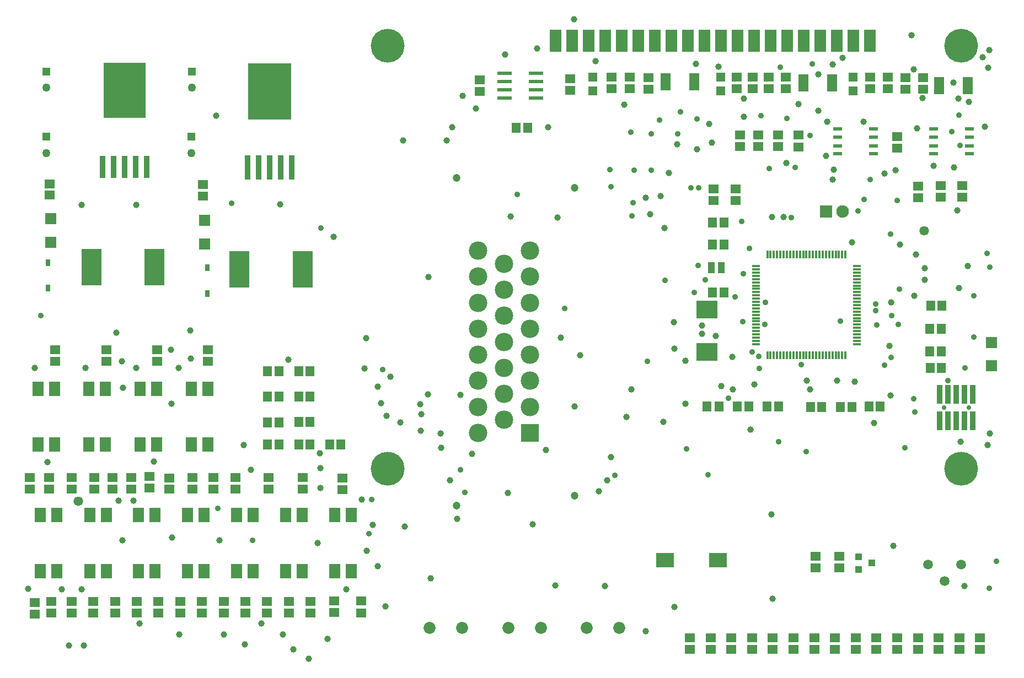
<source format=gts>
G04*
G04 #@! TF.GenerationSoftware,Altium Limited,Altium Designer,24.3.1 (35)*
G04*
G04 Layer_Color=8388736*
%FSLAX42Y42*%
%MOMM*%
G71*
G04*
G04 #@! TF.SameCoordinates,998AAEF2-78E8-49C1-A84E-A9ECD080E68D*
G04*
G04*
G04 #@! TF.FilePolarity,Negative*
G04*
G01*
G75*
%ADD25R,0.66X1.12*%
%ADD27R,1.19X0.30*%
%ADD28R,0.30X1.19*%
%ADD32R,1.46X0.53*%
%ADD33R,2.29X0.56*%
%ADD35R,6.60X8.76*%
%ADD36R,0.97X3.81*%
%ADD37R,6.55X8.46*%
%ADD38R,0.97X3.51*%
%ADD40R,1.35X1.55*%
%ADD41R,1.80X1.70*%
%ADD42R,0.94X2.99*%
%ADD43R,1.35X1.65*%
%ADD44R,1.55X1.35*%
%ADD45R,1.65X1.35*%
%ADD46R,1.75X2.30*%
%ADD47R,1.40X1.40*%
%ADD48R,1.00X1.70*%
%ADD49R,3.20X2.70*%
%ADD50R,1.10X1.00*%
%ADD51R,1.57X0.66*%
%ADD52R,3.10X5.60*%
%ADD53R,2.70X2.20*%
%ADD54C,0.71*%
%ADD55C,1.49*%
%ADD56C,1.85*%
%ADD57C,1.20*%
%ADD58C,5.20*%
%ADD59C,2.83*%
%ADD60R,2.83X2.83*%
%ADD61R,1.93X1.93*%
%ADD62C,1.93*%
%ADD63R,1.27X1.27*%
%ADD64C,1.27*%
%ADD65C,0.90*%
%ADD66C,1.00*%
%ADD67C,1.47*%
G36*
X8327Y9548D02*
D01*
X8147D01*
Y9888D01*
X8327D01*
Y9548D01*
D02*
G37*
G36*
X8581D02*
D01*
X8401D01*
Y9888D01*
X8581D01*
Y9548D01*
D02*
G37*
G36*
X8835D02*
D01*
X8655D01*
Y9888D01*
X8835D01*
Y9548D01*
D02*
G37*
G36*
X9089D02*
D01*
X8909D01*
Y9888D01*
X9089D01*
Y9548D01*
D02*
G37*
G36*
X9343D02*
D01*
X9163D01*
Y9888D01*
X9343D01*
Y9548D01*
D02*
G37*
G36*
X9597D02*
D01*
X9417D01*
Y9888D01*
X9597D01*
Y9548D01*
D02*
G37*
G36*
X9851D02*
D01*
X9671D01*
Y9888D01*
X9851D01*
Y9548D01*
D02*
G37*
G36*
X10105D02*
D01*
X9925D01*
Y9888D01*
X10105D01*
Y9548D01*
D02*
G37*
G36*
X10359D02*
D01*
X10179D01*
Y9888D01*
X10359D01*
Y9548D01*
D02*
G37*
G36*
X10613D02*
D01*
X10433D01*
Y9888D01*
X10613D01*
Y9548D01*
D02*
G37*
G36*
X10867D02*
D01*
X10687D01*
Y9888D01*
X10867D01*
Y9548D01*
D02*
G37*
G36*
X11121D02*
D01*
X10941D01*
Y9888D01*
X11121D01*
Y9548D01*
D02*
G37*
G36*
X11375D02*
D01*
X11195D01*
Y9888D01*
X11375D01*
Y9548D01*
D02*
G37*
G36*
X11629D02*
D01*
X11449D01*
Y9888D01*
X11629D01*
Y9548D01*
D02*
G37*
G36*
X11883D02*
D01*
X11703D01*
Y9888D01*
X11883D01*
Y9548D01*
D02*
G37*
G36*
X12137D02*
D01*
X11957D01*
Y9888D01*
X12137D01*
Y9548D01*
D02*
G37*
G36*
X12391D02*
D01*
X12211D01*
Y9888D01*
X12391D01*
Y9548D01*
D02*
G37*
G36*
X12645D02*
D01*
X12465D01*
Y9888D01*
X12645D01*
Y9548D01*
D02*
G37*
G36*
X12899D02*
D01*
X12719D01*
Y9888D01*
X12899D01*
Y9548D01*
D02*
G37*
G36*
X13153D02*
D01*
X12973D01*
Y9888D01*
X13153D01*
Y9548D01*
D02*
G37*
D25*
X2888Y5829D02*
D03*
Y6224D02*
D03*
X446Y6306D02*
D03*
Y5910D02*
D03*
D27*
X11315Y6251D02*
D03*
Y6201D02*
D03*
Y6151D02*
D03*
Y6101D02*
D03*
Y6051D02*
D03*
Y6001D02*
D03*
Y5951D02*
D03*
Y5901D02*
D03*
Y5851D02*
D03*
Y5801D02*
D03*
Y5751D02*
D03*
Y5701D02*
D03*
Y5651D02*
D03*
Y5601D02*
D03*
Y5551D02*
D03*
Y5501D02*
D03*
Y5451D02*
D03*
Y5401D02*
D03*
Y5351D02*
D03*
Y5301D02*
D03*
Y5251D02*
D03*
Y5201D02*
D03*
Y5151D02*
D03*
Y5101D02*
D03*
Y5051D02*
D03*
X12865D02*
D03*
Y5101D02*
D03*
Y5151D02*
D03*
Y5201D02*
D03*
Y5251D02*
D03*
Y5301D02*
D03*
Y5351D02*
D03*
Y5401D02*
D03*
Y5451D02*
D03*
Y5501D02*
D03*
Y5551D02*
D03*
Y5601D02*
D03*
Y5651D02*
D03*
Y5701D02*
D03*
Y5751D02*
D03*
Y5801D02*
D03*
Y5851D02*
D03*
Y5901D02*
D03*
Y5951D02*
D03*
Y6001D02*
D03*
Y6051D02*
D03*
Y6101D02*
D03*
Y6151D02*
D03*
Y6201D02*
D03*
Y6251D02*
D03*
D28*
X11490Y4876D02*
D03*
X11540D02*
D03*
X11590D02*
D03*
X11640D02*
D03*
X11690D02*
D03*
X11740D02*
D03*
X11790D02*
D03*
X11840D02*
D03*
X11890D02*
D03*
X11940D02*
D03*
X11990D02*
D03*
X12040D02*
D03*
X12090D02*
D03*
X12140D02*
D03*
X12190D02*
D03*
X12240D02*
D03*
X12290D02*
D03*
X12340D02*
D03*
X12390D02*
D03*
X12440D02*
D03*
X12490D02*
D03*
X12540D02*
D03*
X12590D02*
D03*
X12640D02*
D03*
X12690D02*
D03*
Y6426D02*
D03*
X12640D02*
D03*
X12590D02*
D03*
X12540D02*
D03*
X12490D02*
D03*
X12440D02*
D03*
X12390D02*
D03*
X12340D02*
D03*
X12290D02*
D03*
X12240D02*
D03*
X12190D02*
D03*
X12140D02*
D03*
X12090D02*
D03*
X12040D02*
D03*
X11990D02*
D03*
X11940D02*
D03*
X11890D02*
D03*
X11840D02*
D03*
X11790D02*
D03*
X11740D02*
D03*
X11690D02*
D03*
X11640D02*
D03*
X11590D02*
D03*
X11540D02*
D03*
X11490D02*
D03*
D32*
X13118Y8356D02*
D03*
Y8229D02*
D03*
Y8101D02*
D03*
Y7975D02*
D03*
X12573D02*
D03*
Y8101D02*
D03*
Y8229D02*
D03*
Y8356D02*
D03*
X14591D02*
D03*
Y8229D02*
D03*
Y8101D02*
D03*
Y7975D02*
D03*
X14046D02*
D03*
Y8101D02*
D03*
Y8229D02*
D03*
Y8356D02*
D03*
D33*
X7455Y9217D02*
D03*
Y9090D02*
D03*
Y8963D02*
D03*
Y8836D02*
D03*
X7938D02*
D03*
Y8963D02*
D03*
Y9090D02*
D03*
Y9217D02*
D03*
D35*
X3848Y8937D02*
D03*
D36*
X4188Y7770D02*
D03*
X4018D02*
D03*
X3848D02*
D03*
X3678D02*
D03*
X3508D02*
D03*
D37*
X1623Y8952D02*
D03*
D38*
X1963Y7772D02*
D03*
X1793D02*
D03*
X1623D02*
D03*
X1453D02*
D03*
X1283D02*
D03*
D40*
X12150Y4085D02*
D03*
X12325D02*
D03*
X14164Y4686D02*
D03*
X13989D02*
D03*
X13997Y5639D02*
D03*
X14172D02*
D03*
X13984Y5283D02*
D03*
X14159D02*
D03*
X13984Y4940D02*
D03*
X14159D02*
D03*
X4293Y4638D02*
D03*
X4468D02*
D03*
X4293Y4244D02*
D03*
X4468D02*
D03*
X4293Y3856D02*
D03*
X4468D02*
D03*
X4769Y3508D02*
D03*
X4944D02*
D03*
X4293D02*
D03*
X4468D02*
D03*
X13223Y4089D02*
D03*
X13048D02*
D03*
X12785Y4085D02*
D03*
X12610D02*
D03*
X7808Y8381D02*
D03*
X7633D02*
D03*
D41*
X14927Y4716D02*
D03*
Y5076D02*
D03*
X2850Y6594D02*
D03*
Y6954D02*
D03*
X483Y6976D02*
D03*
Y6616D02*
D03*
D42*
X14135Y3873D02*
D03*
Y4280D02*
D03*
X14262Y3873D02*
D03*
Y4280D02*
D03*
X14389Y3873D02*
D03*
Y4280D02*
D03*
X14516Y3873D02*
D03*
Y4280D02*
D03*
X14643Y3873D02*
D03*
Y4280D02*
D03*
D43*
X3994Y4638D02*
D03*
X3815D02*
D03*
Y4244D02*
D03*
X3994D02*
D03*
Y3851D02*
D03*
X3815D02*
D03*
X3994Y3508D02*
D03*
X3815D02*
D03*
X10825Y6921D02*
D03*
X10645D02*
D03*
X10825Y6579D02*
D03*
X10645D02*
D03*
X11485Y4089D02*
D03*
X11665D02*
D03*
X11205Y4089D02*
D03*
X11025D02*
D03*
X10645Y5842D02*
D03*
X10825D02*
D03*
X10565Y4089D02*
D03*
X10745D02*
D03*
D44*
X4965Y2816D02*
D03*
Y2991D02*
D03*
X4356Y2997D02*
D03*
Y2822D02*
D03*
X3835Y2997D02*
D03*
Y2822D02*
D03*
X3327Y2997D02*
D03*
Y2822D02*
D03*
X2984Y2997D02*
D03*
Y2822D02*
D03*
X2659Y2997D02*
D03*
Y2822D02*
D03*
X1727Y2997D02*
D03*
Y2822D02*
D03*
X1435Y2997D02*
D03*
Y2822D02*
D03*
X813Y2997D02*
D03*
Y2822D02*
D03*
X2828Y7326D02*
D03*
Y7501D02*
D03*
X467Y7341D02*
D03*
Y7516D02*
D03*
X13071Y9152D02*
D03*
Y8977D02*
D03*
X9097D02*
D03*
Y9152D02*
D03*
X8459Y9131D02*
D03*
Y8956D02*
D03*
X11067Y8090D02*
D03*
Y8265D02*
D03*
X11347D02*
D03*
Y8090D02*
D03*
X11652Y8092D02*
D03*
Y8267D02*
D03*
X4143Y920D02*
D03*
Y1095D02*
D03*
X3809Y1095D02*
D03*
Y920D02*
D03*
X3142Y1095D02*
D03*
Y920D02*
D03*
X2475Y920D02*
D03*
Y1095D02*
D03*
X1808Y920D02*
D03*
Y1095D02*
D03*
X11016Y8978D02*
D03*
Y9153D02*
D03*
X13880Y9145D02*
D03*
Y8970D02*
D03*
X13805Y7305D02*
D03*
Y7480D02*
D03*
X11773Y8977D02*
D03*
Y9152D02*
D03*
X2311Y2821D02*
D03*
Y2996D02*
D03*
X465Y2997D02*
D03*
Y2822D02*
D03*
X12229Y1791D02*
D03*
Y1616D02*
D03*
X1140Y1095D02*
D03*
Y920D02*
D03*
X499Y920D02*
D03*
Y1095D02*
D03*
X4839Y1105D02*
D03*
Y930D02*
D03*
X12596Y1791D02*
D03*
Y1616D02*
D03*
X2808Y1095D02*
D03*
Y920D02*
D03*
X2896Y4964D02*
D03*
Y4789D02*
D03*
X2117Y4964D02*
D03*
Y4789D02*
D03*
X1338Y4964D02*
D03*
Y4789D02*
D03*
X559Y4964D02*
D03*
Y4789D02*
D03*
D45*
X2005Y3021D02*
D03*
Y2841D02*
D03*
X1156Y2820D02*
D03*
Y3000D02*
D03*
X13611Y8971D02*
D03*
Y9150D02*
D03*
X13341Y9154D02*
D03*
Y8974D02*
D03*
X9663Y8971D02*
D03*
Y9150D02*
D03*
X9380Y9154D02*
D03*
Y8974D02*
D03*
X13480Y8062D02*
D03*
Y8242D02*
D03*
X14150Y7490D02*
D03*
Y7310D02*
D03*
X14480Y7310D02*
D03*
Y7490D02*
D03*
X10668Y7439D02*
D03*
Y7260D02*
D03*
X11006Y7437D02*
D03*
Y7257D02*
D03*
X14757Y355D02*
D03*
Y534D02*
D03*
X14439D02*
D03*
Y355D02*
D03*
X14121D02*
D03*
Y534D02*
D03*
X13802D02*
D03*
Y355D02*
D03*
X13484D02*
D03*
Y534D02*
D03*
X13165D02*
D03*
Y355D02*
D03*
X12847D02*
D03*
Y534D02*
D03*
X12529Y355D02*
D03*
Y534D02*
D03*
X12210D02*
D03*
Y355D02*
D03*
X11892D02*
D03*
Y534D02*
D03*
X11573Y355D02*
D03*
Y534D02*
D03*
X11255D02*
D03*
Y355D02*
D03*
X10937D02*
D03*
Y534D02*
D03*
X10618Y355D02*
D03*
Y534D02*
D03*
X10300Y355D02*
D03*
Y534D02*
D03*
X4476Y1097D02*
D03*
Y917D02*
D03*
X3476Y1097D02*
D03*
Y917D02*
D03*
X2141Y917D02*
D03*
Y1097D02*
D03*
X1474Y917D02*
D03*
Y1097D02*
D03*
X807D02*
D03*
Y917D02*
D03*
X7074Y8936D02*
D03*
Y9116D02*
D03*
X11969Y8264D02*
D03*
Y8084D02*
D03*
X11510Y9154D02*
D03*
Y8974D02*
D03*
X5252Y921D02*
D03*
Y1101D02*
D03*
X11263Y9154D02*
D03*
Y8974D02*
D03*
X241Y898D02*
D03*
Y1078D02*
D03*
X165Y3000D02*
D03*
Y2820D02*
D03*
D46*
X2591Y2424D02*
D03*
X2845D02*
D03*
Y1564D02*
D03*
X2591D02*
D03*
X3344Y2424D02*
D03*
X3598D02*
D03*
Y1564D02*
D03*
X3344D02*
D03*
X4851Y2424D02*
D03*
X5105D02*
D03*
Y1564D02*
D03*
X4851D02*
D03*
X1075Y3507D02*
D03*
X1329D02*
D03*
Y4367D02*
D03*
X1075D02*
D03*
X2642Y3507D02*
D03*
X2896D02*
D03*
Y4367D02*
D03*
X2642D02*
D03*
X1858D02*
D03*
X2112D02*
D03*
Y3507D02*
D03*
X1858D02*
D03*
X292Y4367D02*
D03*
X546D02*
D03*
Y3507D02*
D03*
X292D02*
D03*
X1837Y2424D02*
D03*
X2091D02*
D03*
Y1564D02*
D03*
X1837D02*
D03*
X1084Y2424D02*
D03*
X1338D02*
D03*
Y1564D02*
D03*
X1084D02*
D03*
X330D02*
D03*
X584D02*
D03*
Y2424D02*
D03*
X330D02*
D03*
X4098Y1564D02*
D03*
X4352D02*
D03*
Y2424D02*
D03*
X4098D02*
D03*
D47*
X12802Y8947D02*
D03*
Y9157D02*
D03*
X10770D02*
D03*
Y8947D02*
D03*
X8814Y9157D02*
D03*
Y8947D02*
D03*
D48*
X10633Y6223D02*
D03*
X10783D02*
D03*
D49*
X10563Y5582D02*
D03*
Y4932D02*
D03*
D50*
X12890Y1779D02*
D03*
Y1589D02*
D03*
X13090Y1684D02*
D03*
D51*
X12484Y9162D02*
D03*
Y9097D02*
D03*
Y9032D02*
D03*
Y8967D02*
D03*
X12045D02*
D03*
Y9032D02*
D03*
Y9097D02*
D03*
Y9162D02*
D03*
X10367Y9180D02*
D03*
Y9115D02*
D03*
Y9050D02*
D03*
Y8985D02*
D03*
X9928D02*
D03*
Y9050D02*
D03*
Y9115D02*
D03*
Y9180D02*
D03*
X14571Y9124D02*
D03*
Y9059D02*
D03*
Y8994D02*
D03*
Y8929D02*
D03*
X14131D02*
D03*
Y8994D02*
D03*
Y9059D02*
D03*
Y9124D02*
D03*
D52*
X4353Y6198D02*
D03*
X3383D02*
D03*
X2081Y6238D02*
D03*
X1111D02*
D03*
D53*
X10729Y1727D02*
D03*
X9919D02*
D03*
D54*
X14199Y4077D02*
D03*
X14580D02*
D03*
D55*
X14465Y1664D02*
D03*
X13957D02*
D03*
X14211Y1410D02*
D03*
D56*
X9220Y686D02*
D03*
X8720D02*
D03*
X8014D02*
D03*
X7514D02*
D03*
X6807D02*
D03*
X6307D02*
D03*
D57*
X8237Y9638D02*
D03*
X8491D02*
D03*
X8745D02*
D03*
X8999D02*
D03*
X9253D02*
D03*
X9507D02*
D03*
X9761D02*
D03*
X10015D02*
D03*
X10269D02*
D03*
X10523D02*
D03*
X10777D02*
D03*
X11031D02*
D03*
X11285D02*
D03*
X11539D02*
D03*
X11793D02*
D03*
X12047D02*
D03*
X12301D02*
D03*
X12555D02*
D03*
X13063D02*
D03*
X12809D02*
D03*
X6718Y7607D02*
D03*
Y2567D02*
D03*
X8528Y7457D02*
D03*
Y2717D02*
D03*
D58*
X5663Y3138D02*
D03*
X14463D02*
D03*
X5663Y9638D02*
D03*
X14463D02*
D03*
D59*
X7048Y6487D02*
D03*
Y6087D02*
D03*
Y5687D02*
D03*
Y5287D02*
D03*
Y4887D02*
D03*
Y4487D02*
D03*
Y4087D02*
D03*
Y3687D02*
D03*
X7448Y6287D02*
D03*
Y5887D02*
D03*
Y5487D02*
D03*
Y5087D02*
D03*
Y4687D02*
D03*
Y4287D02*
D03*
Y3887D02*
D03*
X7848Y6487D02*
D03*
Y6087D02*
D03*
Y5687D02*
D03*
Y5287D02*
D03*
Y4887D02*
D03*
Y4487D02*
D03*
Y4087D02*
D03*
D60*
Y3687D02*
D03*
D61*
X12392Y7089D02*
D03*
D62*
X12646D02*
D03*
D63*
X419Y9241D02*
D03*
X2654D02*
D03*
X2642Y8240D02*
D03*
X419D02*
D03*
D64*
Y8992D02*
D03*
X2654D02*
D03*
X2642Y7991D02*
D03*
X419D02*
D03*
D65*
X12614Y5406D02*
D03*
X13172Y5346D02*
D03*
X12086Y3399D02*
D03*
X10577Y3040D02*
D03*
X9145Y3035D02*
D03*
X6846Y2769D02*
D03*
X6774Y3123D02*
D03*
X5414Y2661D02*
D03*
X13499Y5356D02*
D03*
X13401Y5488D02*
D03*
X12879Y7102D02*
D03*
X12972Y7274D02*
D03*
X11212Y6521D02*
D03*
X10539Y6036D02*
D03*
X9918Y6034D02*
D03*
X10366Y5847D02*
D03*
X7649Y7354D02*
D03*
X11355Y4860D02*
D03*
X11364Y4680D02*
D03*
X11254Y4930D02*
D03*
X13151Y5564D02*
D03*
X13155Y5669D02*
D03*
X8380Y5600D02*
D03*
X4637Y6835D02*
D03*
X3268Y7216D02*
D03*
X338Y5490D02*
D03*
X11660Y3552D02*
D03*
X12010Y4733D02*
D03*
X5369Y2135D02*
D03*
X3051Y2529D02*
D03*
X10895Y4218D02*
D03*
X9648Y4791D02*
D03*
X13516Y5893D02*
D03*
X3590Y2036D02*
D03*
X11688Y9305D02*
D03*
X5584Y4664D02*
D03*
X14526Y4686D02*
D03*
X14260Y4490D02*
D03*
X13392Y4845D02*
D03*
X11098Y6934D02*
D03*
X10436Y7456D02*
D03*
X10320D02*
D03*
X11389Y8563D02*
D03*
X11791Y8519D02*
D03*
X12149Y8260D02*
D03*
X12182Y9355D02*
D03*
X11921Y7764D02*
D03*
X13068Y7577D02*
D03*
X13386Y6745D02*
D03*
X10410Y8516D02*
D03*
X9838Y8499D02*
D03*
X9076Y7731D02*
D03*
X9088Y7475D02*
D03*
X9428Y7229D02*
D03*
X9415Y7023D02*
D03*
X10251Y3444D02*
D03*
X13602Y3457D02*
D03*
X13755Y4012D02*
D03*
X14661Y5792D02*
D03*
Y5160D02*
D03*
X14449Y8105D02*
D03*
X14429Y8574D02*
D03*
X14896Y1298D02*
D03*
X15009Y1712D02*
D03*
X14322Y8316D02*
D03*
X13483Y7257D02*
D03*
X11116Y5397D02*
D03*
X13737Y4211D02*
D03*
X9448Y7724D02*
D03*
X9397Y8313D02*
D03*
X10159Y8622D02*
D03*
X9707Y7729D02*
D03*
X9708Y8283D02*
D03*
X10113Y8284D02*
D03*
X10425Y6263D02*
D03*
X11523Y7752D02*
D03*
X11861Y6994D02*
D03*
X11125Y6132D02*
D03*
X10991Y5777D02*
D03*
X13285Y4729D02*
D03*
X14865Y6448D02*
D03*
X14903Y6235D02*
D03*
X11455Y5358D02*
D03*
X11458Y5694D02*
D03*
D66*
X7505Y2760D02*
D03*
X6955Y3363D02*
D03*
X6470Y3680D02*
D03*
X6479Y3454D02*
D03*
X13392Y5690D02*
D03*
X13749Y5791D02*
D03*
X9619Y7301D02*
D03*
X10958Y4356D02*
D03*
X10954Y4851D02*
D03*
X7549Y7015D02*
D03*
X12562Y4488D02*
D03*
X12148Y4359D02*
D03*
X12092Y4490D02*
D03*
X11228Y3740D02*
D03*
X10061Y1014D02*
D03*
X3077Y2034D02*
D03*
X11290Y4433D02*
D03*
X10781Y4404D02*
D03*
X10235Y4795D02*
D03*
X13367Y5025D02*
D03*
X6619Y2954D02*
D03*
X6723Y2362D02*
D03*
X4587Y1996D02*
D03*
X10742Y9316D02*
D03*
X10391Y9357D02*
D03*
X6567Y8183D02*
D03*
X6650Y8382D02*
D03*
X14457Y3548D02*
D03*
X1526Y2648D02*
D03*
X14352Y7766D02*
D03*
X14039Y7792D02*
D03*
X6779Y4269D02*
D03*
X6166Y3718D02*
D03*
X5853Y3844D02*
D03*
X6179Y3971D02*
D03*
X5646Y3948D02*
D03*
X6278Y4276D02*
D03*
X5556Y4142D02*
D03*
X5505Y4398D02*
D03*
X5706Y4547D02*
D03*
X5334Y5144D02*
D03*
X11782Y7835D02*
D03*
X12789Y6612D02*
D03*
X13524Y6586D02*
D03*
X9692Y7046D02*
D03*
X9913Y6832D02*
D03*
X9893Y3856D02*
D03*
X13131Y3839D02*
D03*
X12275Y8643D02*
D03*
X10487Y5340D02*
D03*
X10490Y5212D02*
D03*
X14514Y1333D02*
D03*
X14586Y8777D02*
D03*
X14426Y8828D02*
D03*
X14349Y9072D02*
D03*
X13769Y6428D02*
D03*
X9854Y7329D02*
D03*
X14794Y9460D02*
D03*
X10694Y5176D02*
D03*
X14565Y6249D02*
D03*
X14826Y8398D02*
D03*
X13285Y7677D02*
D03*
X14895Y9572D02*
D03*
X14405Y7108D02*
D03*
X12832Y4473D02*
D03*
X14902Y3682D02*
D03*
X14430Y5912D02*
D03*
X14871Y3501D02*
D03*
X13908Y6217D02*
D03*
X13905Y6043D02*
D03*
X13702Y9800D02*
D03*
X14884Y9300D02*
D03*
X12489Y9352D02*
D03*
X9402Y4354D02*
D03*
X8265Y7000D02*
D03*
X11126Y8826D02*
D03*
Y8545D02*
D03*
X10597Y8437D02*
D03*
X11970Y8744D02*
D03*
X12404Y8473D02*
D03*
X13382Y4264D02*
D03*
X12496Y7582D02*
D03*
X12389Y7942D02*
D03*
X13741Y9278D02*
D03*
X12274Y9200D02*
D03*
X10406Y8048D02*
D03*
X10636Y8148D02*
D03*
X13790Y8365D02*
D03*
X12970Y8469D02*
D03*
X4834Y6698D02*
D03*
X2639Y4827D02*
D03*
X4139Y4814D02*
D03*
X5897Y8183D02*
D03*
X10105Y8127D02*
D03*
X13870Y8830D02*
D03*
X4622Y3371D02*
D03*
X4627Y3146D02*
D03*
X4626Y2839D02*
D03*
X8903Y2788D02*
D03*
X9624Y636D02*
D03*
X1850Y754D02*
D03*
X3721Y759D02*
D03*
X4215Y355D02*
D03*
X3465Y434D02*
D03*
X4448Y217D02*
D03*
X7883Y2285D02*
D03*
X9027Y2956D02*
D03*
X3558Y3117D02*
D03*
X3454Y3497D02*
D03*
X658Y1280D02*
D03*
X142Y1290D02*
D03*
X12646Y9449D02*
D03*
X10059Y4982D02*
D03*
X10055Y5390D02*
D03*
X8321Y5154D02*
D03*
X5429Y2275D02*
D03*
X5925Y2246D02*
D03*
X2347Y2077D02*
D03*
X9086Y3314D02*
D03*
X6160Y4124D02*
D03*
X5265Y2664D02*
D03*
X1760Y2646D02*
D03*
X2071Y3247D02*
D03*
X2330Y4968D02*
D03*
X8850Y9402D02*
D03*
X8524Y10047D02*
D03*
X13458Y7729D02*
D03*
X12507Y7731D02*
D03*
X13422Y1951D02*
D03*
X11552Y2433D02*
D03*
X11571Y1139D02*
D03*
X8998Y1331D02*
D03*
X8230Y1345D02*
D03*
X6321Y1448D02*
D03*
X5624Y1016D02*
D03*
X4053Y584D02*
D03*
X3143Y589D02*
D03*
X2461Y585D02*
D03*
X991Y418D02*
D03*
X957Y1282D02*
D03*
X5341Y1871D02*
D03*
X8614Y4884D02*
D03*
X8534Y4093D02*
D03*
X5304Y4679D02*
D03*
X8092Y3422D02*
D03*
X9327Y3936D02*
D03*
X10235Y4132D02*
D03*
X2631Y5265D02*
D03*
X1491Y5229D02*
D03*
X1580Y4790D02*
D03*
X9976Y7682D02*
D03*
X6808Y8869D02*
D03*
X9290Y8730D02*
D03*
X11739Y7002D02*
D03*
X11559Y7006D02*
D03*
X7013Y8673D02*
D03*
X7463Y9507D02*
D03*
X7953Y9596D02*
D03*
X8127Y8385D02*
D03*
X1595Y4377D02*
D03*
X2338Y4134D02*
D03*
X434Y3235D02*
D03*
X770Y417D02*
D03*
X5504Y1640D02*
D03*
X4737Y519D02*
D03*
X6289Y6086D02*
D03*
X1589Y2033D02*
D03*
X1801Y4689D02*
D03*
X2451D02*
D03*
X1024D02*
D03*
X239D02*
D03*
X4007Y7199D02*
D03*
X5029Y1281D02*
D03*
X3025Y8560D02*
D03*
X1797Y7188D02*
D03*
X963Y7193D02*
D03*
D67*
X908Y2639D02*
D03*
X13899Y6790D02*
D03*
M02*

</source>
